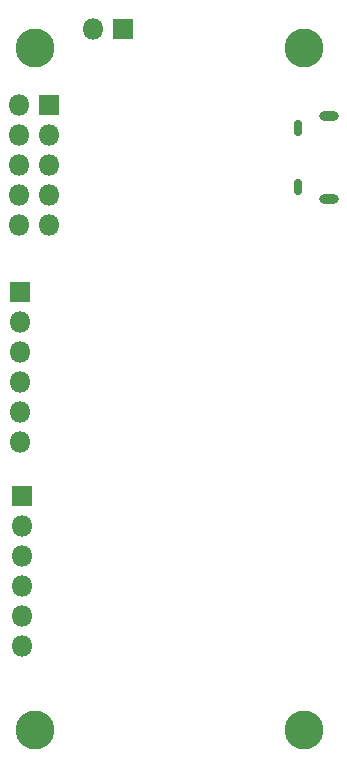
<source format=gbr>
%TF.GenerationSoftware,KiCad,Pcbnew,5.1.5+dfsg1-2build2*%
%TF.CreationDate,2022-11-14T11:38:59+01:00*%
%TF.ProjectId,ebus,65627573-2e6b-4696-9361-645f70636258,rev?*%
%TF.SameCoordinates,Original*%
%TF.FileFunction,Soldermask,Top*%
%TF.FilePolarity,Negative*%
%FSLAX46Y46*%
G04 Gerber Fmt 4.6, Leading zero omitted, Abs format (unit mm)*
G04 Created by KiCad (PCBNEW 5.1.5+dfsg1-2build2) date 2022-11-14 11:38:59*
%MOMM*%
%LPD*%
G04 APERTURE LIST*
%ADD10O,1.650000X0.875000*%
%ADD11O,0.750000X1.400000*%
%ADD12C,3.300000*%
%ADD13O,1.800000X1.800000*%
%ADD14R,1.800000X1.800000*%
G04 APERTURE END LIST*
D10*
%TO.C,J2*%
X125984000Y-99639000D03*
X125984000Y-92639000D03*
D11*
X123284000Y-98639000D03*
X123284000Y-93639000D03*
%TD*%
D12*
%TO.C,H5*%
X123825000Y-86868000D03*
%TD*%
D13*
%TO.C,J5*%
X99949000Y-137541000D03*
X99949000Y-135001000D03*
X99949000Y-132461000D03*
X99949000Y-129921000D03*
X99949000Y-127381000D03*
D14*
X99949000Y-124841000D03*
%TD*%
D13*
%TO.C,J4*%
X99822000Y-120269000D03*
X99822000Y-117729000D03*
X99822000Y-115189000D03*
X99822000Y-112649000D03*
X99822000Y-110109000D03*
D14*
X99822000Y-107569000D03*
%TD*%
D12*
%TO.C,H8*%
X101092000Y-144653000D03*
%TD*%
%TO.C,H6*%
X123825000Y-144653000D03*
%TD*%
D13*
%TO.C,J6*%
X105968800Y-85242400D03*
D14*
X108508800Y-85242400D03*
%TD*%
D12*
%TO.C,H7*%
X101092000Y-86868000D03*
%TD*%
D13*
%TO.C,J7*%
X99695000Y-101854000D03*
X102235000Y-101854000D03*
X99695000Y-99314000D03*
X102235000Y-99314000D03*
X99695000Y-96774000D03*
X102235000Y-96774000D03*
X99695000Y-94234000D03*
X102235000Y-94234000D03*
X99695000Y-91694000D03*
D14*
X102235000Y-91694000D03*
%TD*%
M02*

</source>
